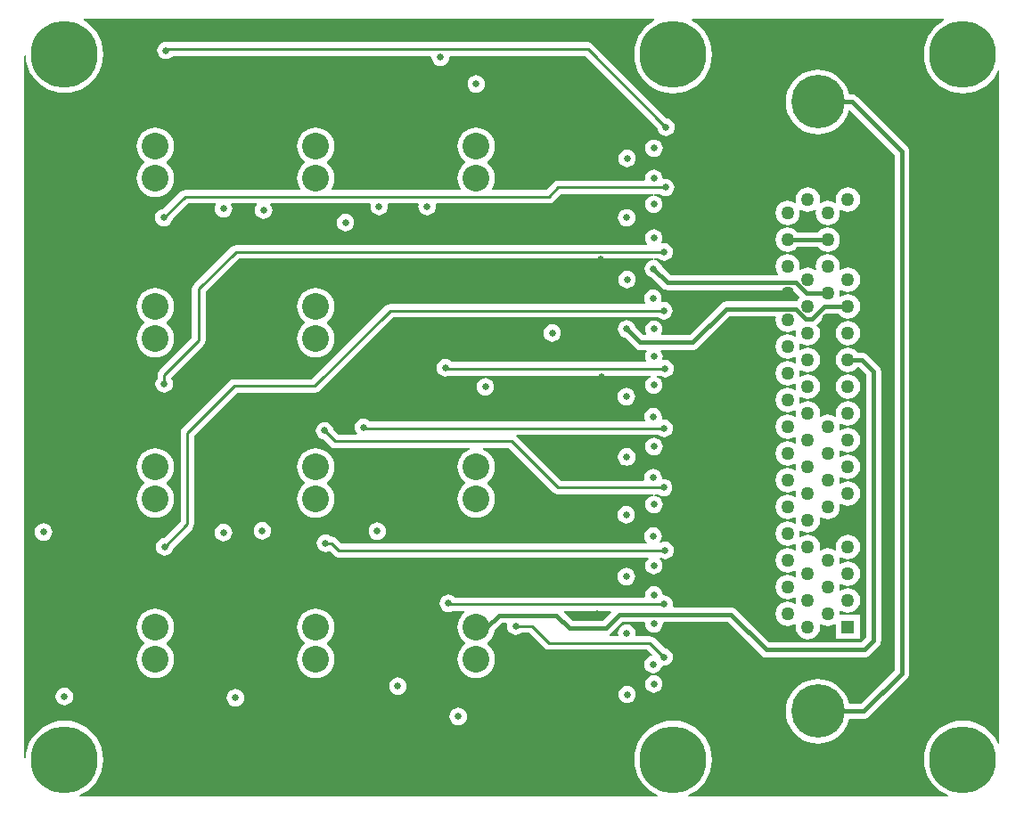
<source format=gbl>
G04*
G04 #@! TF.GenerationSoftware,Altium Limited,Altium Designer,19.0.15 (446)*
G04*
G04 Layer_Physical_Order=4*
G04 Layer_Color=16711680*
%FSLAX25Y25*%
%MOIN*%
G70*
G01*
G75*
%ADD10C,0.01000*%
%ADD32C,0.01500*%
%ADD33C,0.10000*%
%ADD34C,0.20000*%
%ADD35C,0.05000*%
%ADD36R,0.05000X0.05000*%
%ADD37C,0.25000*%
%ADD38C,0.02500*%
G36*
X603942Y486100D02*
X602343Y485120D01*
X600607Y483638D01*
X599125Y481902D01*
X597933Y479956D01*
X597059Y477847D01*
X596526Y475628D01*
X596347Y473353D01*
X596526Y471077D01*
X597059Y468858D01*
X597933Y466749D01*
X599125Y464804D01*
X600607Y463068D01*
X602343Y461586D01*
X604289Y460393D01*
X606397Y459520D01*
X608617Y458987D01*
X610892Y458808D01*
X613167Y458987D01*
X615387Y459520D01*
X617495Y460393D01*
X619441Y461586D01*
X621177Y463068D01*
X622659Y464804D01*
X623852Y466749D01*
X624110Y467372D01*
X624600Y467275D01*
Y215651D01*
X624110Y215554D01*
X623852Y216177D01*
X622659Y218123D01*
X621177Y219858D01*
X619441Y221340D01*
X617495Y222533D01*
X615387Y223406D01*
X613167Y223939D01*
X610892Y224118D01*
X608617Y223939D01*
X606397Y223406D01*
X604289Y222533D01*
X602343Y221340D01*
X600607Y219858D01*
X599125Y218123D01*
X597933Y216177D01*
X597059Y214068D01*
X596526Y211848D01*
X596347Y209573D01*
X596526Y207298D01*
X597059Y205079D01*
X597933Y202970D01*
X599125Y201024D01*
X600607Y199288D01*
X602343Y197806D01*
X604289Y196614D01*
X605288Y196200D01*
X605188Y195700D01*
X508230D01*
X508131Y196200D01*
X509129Y196614D01*
X511075Y197806D01*
X512811Y199288D01*
X514293Y201024D01*
X515485Y202970D01*
X516359Y205079D01*
X516892Y207298D01*
X517071Y209573D01*
X516892Y211848D01*
X516359Y214068D01*
X515485Y216177D01*
X514293Y218123D01*
X512811Y219858D01*
X511075Y221340D01*
X509129Y222533D01*
X507021Y223406D01*
X504801Y223939D01*
X502526Y224118D01*
X500251Y223939D01*
X498031Y223406D01*
X495923Y222533D01*
X493977Y221340D01*
X492241Y219858D01*
X490759Y218123D01*
X489566Y216177D01*
X488693Y214068D01*
X488160Y211848D01*
X487981Y209573D01*
X488160Y207298D01*
X488693Y205079D01*
X489566Y202970D01*
X490759Y201024D01*
X492241Y199288D01*
X493977Y197806D01*
X495923Y196614D01*
X496921Y196200D01*
X496822Y195700D01*
X280604D01*
X280504Y196200D01*
X281503Y196614D01*
X283449Y197806D01*
X285185Y199288D01*
X286667Y201024D01*
X287860Y202970D01*
X288733Y205079D01*
X289266Y207298D01*
X289445Y209573D01*
X289266Y211848D01*
X288733Y214068D01*
X287860Y216177D01*
X286667Y218123D01*
X285185Y219858D01*
X283449Y221340D01*
X281503Y222533D01*
X279395Y223406D01*
X277175Y223939D01*
X274900Y224118D01*
X272625Y223939D01*
X270405Y223406D01*
X268297Y222533D01*
X266351Y221340D01*
X264615Y219858D01*
X263133Y218123D01*
X261941Y216177D01*
X261067Y214068D01*
X260534Y211848D01*
X260400Y210143D01*
X259900Y210163D01*
Y472911D01*
X260400Y472930D01*
X260534Y471225D01*
X261067Y469005D01*
X261941Y466897D01*
X263133Y464951D01*
X264615Y463215D01*
X266351Y461733D01*
X268297Y460540D01*
X270405Y459667D01*
X272625Y459134D01*
X274900Y458955D01*
X277175Y459134D01*
X279395Y459667D01*
X281503Y460540D01*
X283449Y461733D01*
X285185Y463215D01*
X286667Y464951D01*
X287860Y466897D01*
X288733Y469005D01*
X289266Y471225D01*
X289445Y473500D01*
X289266Y475775D01*
X288733Y477995D01*
X287860Y480103D01*
X286667Y482049D01*
X285185Y483785D01*
X283449Y485267D01*
X282090Y486100D01*
X282231Y486600D01*
X495435D01*
X495576Y486100D01*
X493977Y485120D01*
X492241Y483638D01*
X490759Y481902D01*
X489566Y479956D01*
X488693Y477847D01*
X488160Y475628D01*
X487981Y473353D01*
X488160Y471077D01*
X488693Y468858D01*
X489566Y466749D01*
X490759Y464804D01*
X492241Y463068D01*
X493977Y461586D01*
X495923Y460393D01*
X498031Y459520D01*
X500251Y458987D01*
X502526Y458808D01*
X504801Y458987D01*
X507021Y459520D01*
X509129Y460393D01*
X511075Y461586D01*
X512811Y463068D01*
X514293Y464804D01*
X515485Y466749D01*
X516359Y468858D01*
X516892Y471077D01*
X517071Y473353D01*
X516892Y475628D01*
X516359Y477847D01*
X515485Y479956D01*
X514293Y481902D01*
X512811Y483638D01*
X511075Y485120D01*
X509476Y486100D01*
X509617Y486600D01*
X603801D01*
X603942Y486100D01*
D02*
G37*
%LPC*%
G36*
X428900Y465678D02*
X428052Y465566D01*
X427261Y465239D01*
X426582Y464718D01*
X426061Y464039D01*
X425734Y463248D01*
X425622Y462400D01*
X425734Y461552D01*
X426061Y460761D01*
X426582Y460082D01*
X427261Y459561D01*
X428052Y459234D01*
X428900Y459122D01*
X429748Y459234D01*
X430539Y459561D01*
X431218Y460082D01*
X431739Y460761D01*
X432066Y461552D01*
X432178Y462400D01*
X432066Y463248D01*
X431739Y464039D01*
X431218Y464718D01*
X430539Y465239D01*
X429748Y465566D01*
X428900Y465678D01*
D02*
G37*
G36*
X312800Y478178D02*
X311952Y478066D01*
X311161Y477739D01*
X310482Y477218D01*
X309961Y476539D01*
X309634Y475748D01*
X309522Y474900D01*
X309634Y474052D01*
X309961Y473261D01*
X310482Y472582D01*
X311161Y472061D01*
X311952Y471734D01*
X312800Y471622D01*
X313648Y471734D01*
X314439Y472061D01*
X315118Y472582D01*
X315324Y472851D01*
X411902D01*
X412232Y472475D01*
X412222Y472400D01*
X412334Y471552D01*
X412661Y470761D01*
X413182Y470082D01*
X413861Y469561D01*
X414652Y469234D01*
X415500Y469122D01*
X416348Y469234D01*
X417139Y469561D01*
X417818Y470082D01*
X418339Y470761D01*
X418666Y471552D01*
X418778Y472400D01*
X418768Y472475D01*
X419098Y472851D01*
X469644D01*
X496671Y445824D01*
X496734Y445352D01*
X497061Y444561D01*
X497582Y443882D01*
X498261Y443361D01*
X499052Y443034D01*
X499900Y442922D01*
X500748Y443034D01*
X501539Y443361D01*
X502218Y443882D01*
X502739Y444561D01*
X503066Y445352D01*
X503178Y446200D01*
X503066Y447048D01*
X502739Y447839D01*
X502218Y448518D01*
X501539Y449039D01*
X500748Y449366D01*
X500276Y449429D01*
X472502Y477202D01*
X471675Y477755D01*
X470700Y477949D01*
X313932D01*
X313648Y478066D01*
X312800Y478178D01*
D02*
G37*
G36*
X495400Y441578D02*
X494552Y441466D01*
X493761Y441139D01*
X493082Y440618D01*
X492561Y439939D01*
X492234Y439148D01*
X492122Y438300D01*
X492234Y437452D01*
X492561Y436661D01*
X493082Y435982D01*
X493761Y435461D01*
X494552Y435134D01*
X495400Y435022D01*
X496248Y435134D01*
X497039Y435461D01*
X497718Y435982D01*
X498239Y436661D01*
X498566Y437452D01*
X498678Y438300D01*
X498566Y439148D01*
X498239Y439939D01*
X497718Y440618D01*
X497039Y441139D01*
X496248Y441466D01*
X495400Y441578D01*
D02*
G37*
G36*
X485300Y437736D02*
X484452Y437625D01*
X483661Y437297D01*
X482982Y436776D01*
X482461Y436097D01*
X482134Y435307D01*
X482022Y434458D01*
X482134Y433610D01*
X482461Y432819D01*
X482982Y432140D01*
X483661Y431619D01*
X484452Y431292D01*
X485300Y431180D01*
X486148Y431292D01*
X486939Y431619D01*
X487618Y432140D01*
X488139Y432819D01*
X488466Y433610D01*
X488578Y434458D01*
X488466Y435307D01*
X488139Y436097D01*
X487618Y436776D01*
X486939Y437297D01*
X486148Y437625D01*
X485300Y437736D01*
D02*
G37*
G36*
X428900Y446034D02*
X427528Y445899D01*
X426208Y445498D01*
X424992Y444848D01*
X423926Y443974D01*
X423052Y442908D01*
X422402Y441692D01*
X422001Y440372D01*
X421866Y439000D01*
X422001Y437628D01*
X422402Y436308D01*
X423052Y435092D01*
X423926Y434026D01*
X424797Y433311D01*
X424832Y433228D01*
Y432772D01*
X424797Y432689D01*
X423926Y431974D01*
X423052Y430908D01*
X422402Y429692D01*
X422001Y428372D01*
X421866Y427000D01*
X422001Y425628D01*
X422402Y424308D01*
X422968Y423249D01*
X422742Y422749D01*
X375058D01*
X374832Y423249D01*
X375398Y424308D01*
X375799Y425628D01*
X375934Y427000D01*
X375799Y428372D01*
X375398Y429692D01*
X374748Y430908D01*
X373874Y431974D01*
X373003Y432689D01*
X372968Y432772D01*
Y433228D01*
X373003Y433311D01*
X373874Y434026D01*
X374748Y435092D01*
X375398Y436308D01*
X375799Y437628D01*
X375934Y439000D01*
X375799Y440372D01*
X375398Y441692D01*
X374748Y442908D01*
X373874Y443974D01*
X372808Y444848D01*
X371592Y445498D01*
X370272Y445899D01*
X368900Y446034D01*
X367528Y445899D01*
X366208Y445498D01*
X364992Y444848D01*
X363926Y443974D01*
X363052Y442908D01*
X362402Y441692D01*
X362001Y440372D01*
X361866Y439000D01*
X362001Y437628D01*
X362402Y436308D01*
X363052Y435092D01*
X363926Y434026D01*
X364797Y433311D01*
X364832Y433228D01*
Y432772D01*
X364797Y432689D01*
X363926Y431974D01*
X363052Y430908D01*
X362402Y429692D01*
X362001Y428372D01*
X361866Y427000D01*
X362001Y425628D01*
X362402Y424308D01*
X362968Y423249D01*
X362742Y422749D01*
X320000D01*
X319024Y422555D01*
X318198Y422002D01*
X311724Y415528D01*
X311252Y415466D01*
X310461Y415139D01*
X309782Y414618D01*
X309261Y413939D01*
X308934Y413148D01*
X308822Y412300D01*
X308934Y411452D01*
X309261Y410661D01*
X309782Y409982D01*
X310461Y409461D01*
X311252Y409134D01*
X312100Y409022D01*
X312948Y409134D01*
X313739Y409461D01*
X314418Y409982D01*
X314939Y410661D01*
X315266Y411452D01*
X315329Y411924D01*
X321056Y417651D01*
X331320D01*
X331525Y417151D01*
X331234Y416448D01*
X331122Y415600D01*
X331234Y414752D01*
X331561Y413961D01*
X332082Y413282D01*
X332761Y412761D01*
X333552Y412434D01*
X334400Y412322D01*
X335248Y412434D01*
X336039Y412761D01*
X336718Y413282D01*
X337239Y413961D01*
X337566Y414752D01*
X337678Y415600D01*
X337566Y416448D01*
X337275Y417151D01*
X337480Y417651D01*
X346631D01*
X346877Y417151D01*
X346561Y416739D01*
X346234Y415948D01*
X346122Y415100D01*
X346234Y414252D01*
X346561Y413461D01*
X347082Y412782D01*
X347761Y412261D01*
X348552Y411934D01*
X349400Y411822D01*
X350248Y411934D01*
X351039Y412261D01*
X351718Y412782D01*
X352239Y413461D01*
X352566Y414252D01*
X352678Y415100D01*
X352566Y415948D01*
X352239Y416739D01*
X351923Y417151D01*
X352169Y417651D01*
X389075D01*
X389408Y417151D01*
X389322Y416500D01*
X389434Y415652D01*
X389761Y414861D01*
X390282Y414182D01*
X390961Y413661D01*
X391752Y413334D01*
X392600Y413222D01*
X393448Y413334D01*
X394239Y413661D01*
X394918Y414182D01*
X395439Y414861D01*
X395766Y415652D01*
X395878Y416500D01*
X395792Y417151D01*
X396125Y417651D01*
X406975D01*
X407308Y417151D01*
X407222Y416500D01*
X407334Y415652D01*
X407661Y414861D01*
X408182Y414182D01*
X408861Y413661D01*
X409652Y413334D01*
X410500Y413222D01*
X411348Y413334D01*
X412139Y413661D01*
X412818Y414182D01*
X413339Y414861D01*
X413666Y415652D01*
X413778Y416500D01*
X413692Y417151D01*
X414025Y417651D01*
X456100D01*
X457076Y417845D01*
X457902Y418398D01*
X460556Y421051D01*
X495062D01*
X495095Y420551D01*
X495021Y420541D01*
X494452Y420466D01*
X493661Y420139D01*
X492982Y419618D01*
X492461Y418939D01*
X492134Y418148D01*
X492022Y417300D01*
X492134Y416452D01*
X492461Y415661D01*
X492982Y414982D01*
X493661Y414461D01*
X494452Y414134D01*
X495300Y414022D01*
X496148Y414134D01*
X496939Y414461D01*
X497618Y414982D01*
X498139Y415661D01*
X498466Y416452D01*
X498578Y417300D01*
X498466Y418148D01*
X498139Y418939D01*
X497618Y419618D01*
X496939Y420139D01*
X496148Y420466D01*
X495579Y420541D01*
X495505Y420551D01*
X495538Y421051D01*
X497683D01*
X498061Y420761D01*
X498852Y420434D01*
X499700Y420322D01*
X500548Y420434D01*
X501339Y420761D01*
X502018Y421282D01*
X502539Y421961D01*
X502866Y422752D01*
X502978Y423600D01*
X502866Y424448D01*
X502539Y425239D01*
X502018Y425918D01*
X501339Y426439D01*
X500548Y426766D01*
X499700Y426878D01*
X499055Y426793D01*
X498733Y426933D01*
X498554Y427184D01*
X498466Y427848D01*
X498139Y428639D01*
X497618Y429318D01*
X496939Y429839D01*
X496148Y430166D01*
X495300Y430278D01*
X494452Y430166D01*
X493661Y429839D01*
X492982Y429318D01*
X492461Y428639D01*
X492134Y427848D01*
X492022Y427000D01*
X492068Y426649D01*
X491630Y426149D01*
X459500D01*
X458525Y425955D01*
X457698Y425402D01*
X455044Y422749D01*
X435058D01*
X434832Y423249D01*
X435398Y424308D01*
X435799Y425628D01*
X435934Y427000D01*
X435799Y428372D01*
X435398Y429692D01*
X434748Y430908D01*
X433874Y431974D01*
X433003Y432689D01*
X432968Y432772D01*
Y433228D01*
X433003Y433311D01*
X433874Y434026D01*
X434748Y435092D01*
X435398Y436308D01*
X435799Y437628D01*
X435934Y439000D01*
X435799Y440372D01*
X435398Y441692D01*
X434748Y442908D01*
X433874Y443974D01*
X432808Y444848D01*
X431592Y445498D01*
X430272Y445899D01*
X428900Y446034D01*
D02*
G37*
G36*
X308900D02*
X307528Y445899D01*
X306208Y445498D01*
X304992Y444848D01*
X303926Y443974D01*
X303051Y442908D01*
X302401Y441692D01*
X302001Y440372D01*
X301866Y439000D01*
X302001Y437628D01*
X302401Y436308D01*
X303051Y435092D01*
X303926Y434026D01*
X304798Y433311D01*
X304832Y433228D01*
Y432772D01*
X304798Y432689D01*
X303926Y431974D01*
X303051Y430908D01*
X302401Y429692D01*
X302001Y428372D01*
X301866Y427000D01*
X302001Y425628D01*
X302401Y424308D01*
X303051Y423092D01*
X303926Y422026D01*
X304992Y421152D01*
X306208Y420502D01*
X307528Y420101D01*
X308900Y419966D01*
X310272Y420101D01*
X311592Y420502D01*
X312808Y421152D01*
X313874Y422026D01*
X314749Y423092D01*
X315399Y424308D01*
X315799Y425628D01*
X315934Y427000D01*
X315799Y428372D01*
X315399Y429692D01*
X314749Y430908D01*
X313874Y431974D01*
X313002Y432689D01*
X312968Y432772D01*
Y433228D01*
X313002Y433311D01*
X313874Y434026D01*
X314749Y435092D01*
X315399Y436308D01*
X315799Y437628D01*
X315934Y439000D01*
X315799Y440372D01*
X315399Y441692D01*
X314749Y442908D01*
X313874Y443974D01*
X312808Y444848D01*
X311592Y445498D01*
X310272Y445899D01*
X308900Y446034D01*
D02*
G37*
G36*
X567900Y423639D02*
X566725Y423484D01*
X565631Y423031D01*
X564691Y422309D01*
X563969Y421369D01*
X563516Y420275D01*
X563361Y419100D01*
X563503Y418021D01*
X563291Y417833D01*
X563054Y417736D01*
X562669Y418031D01*
X561575Y418484D01*
X560400Y418639D01*
X559225Y418484D01*
X558131Y418031D01*
X557746Y417736D01*
X557509Y417833D01*
X557297Y418021D01*
X557439Y419100D01*
X557284Y420275D01*
X556831Y421369D01*
X556109Y422309D01*
X555169Y423031D01*
X554075Y423484D01*
X552900Y423639D01*
X551725Y423484D01*
X550631Y423031D01*
X549691Y422309D01*
X548969Y421369D01*
X548516Y420275D01*
X548361Y419100D01*
X548503Y418021D01*
X548291Y417833D01*
X548054Y417736D01*
X547669Y418031D01*
X546575Y418484D01*
X545400Y418639D01*
X544225Y418484D01*
X543131Y418031D01*
X542191Y417309D01*
X541469Y416369D01*
X541016Y415275D01*
X540861Y414100D01*
X541016Y412925D01*
X541469Y411831D01*
X542191Y410891D01*
X543131Y410169D01*
X544225Y409716D01*
X545400Y409561D01*
X546575Y409716D01*
X547669Y410169D01*
X548609Y410891D01*
X549331Y411831D01*
X549784Y412925D01*
X549939Y414100D01*
X549797Y415179D01*
X550009Y415367D01*
X550246Y415464D01*
X550631Y415169D01*
X551725Y414716D01*
X552900Y414561D01*
X554075Y414716D01*
X555169Y415169D01*
X555554Y415464D01*
X555791Y415367D01*
X556003Y415179D01*
X555861Y414100D01*
X556016Y412925D01*
X556469Y411831D01*
X557191Y410891D01*
X558131Y410169D01*
X559225Y409716D01*
X560400Y409561D01*
X561575Y409716D01*
X562669Y410169D01*
X563609Y410891D01*
X564331Y411831D01*
X564784Y412925D01*
X564939Y414100D01*
X564797Y415179D01*
X565009Y415367D01*
X565246Y415464D01*
X565631Y415169D01*
X566725Y414716D01*
X567900Y414561D01*
X569075Y414716D01*
X570169Y415169D01*
X571109Y415891D01*
X571831Y416831D01*
X572284Y417925D01*
X572439Y419100D01*
X572284Y420275D01*
X571831Y421369D01*
X571109Y422309D01*
X570169Y423031D01*
X569075Y423484D01*
X567900Y423639D01*
D02*
G37*
G36*
X485200Y415578D02*
X484352Y415466D01*
X483561Y415139D01*
X482882Y414618D01*
X482361Y413939D01*
X482034Y413148D01*
X481922Y412300D01*
X482034Y411452D01*
X482361Y410661D01*
X482882Y409982D01*
X483561Y409461D01*
X484352Y409134D01*
X485200Y409022D01*
X486048Y409134D01*
X486839Y409461D01*
X487518Y409982D01*
X488039Y410661D01*
X488366Y411452D01*
X488478Y412300D01*
X488366Y413148D01*
X488039Y413939D01*
X487518Y414618D01*
X486839Y415139D01*
X486048Y415466D01*
X485200Y415578D01*
D02*
G37*
G36*
X380000Y413778D02*
X379152Y413666D01*
X378361Y413339D01*
X377682Y412818D01*
X377161Y412139D01*
X376834Y411348D01*
X376722Y410500D01*
X376834Y409652D01*
X377161Y408861D01*
X377682Y408182D01*
X378361Y407661D01*
X379152Y407334D01*
X380000Y407222D01*
X380848Y407334D01*
X381639Y407661D01*
X382318Y408182D01*
X382839Y408861D01*
X383166Y409652D01*
X383278Y410500D01*
X383166Y411348D01*
X382839Y412139D01*
X382318Y412818D01*
X381639Y413339D01*
X380848Y413666D01*
X380000Y413778D01*
D02*
G37*
G36*
X560400Y408639D02*
X559225Y408484D01*
X558131Y408031D01*
X557191Y407309D01*
X556856Y406874D01*
X548944D01*
X548609Y407309D01*
X547669Y408031D01*
X546575Y408484D01*
X545400Y408639D01*
X544225Y408484D01*
X543131Y408031D01*
X542191Y407309D01*
X541469Y406369D01*
X541016Y405275D01*
X540861Y404100D01*
X541016Y402925D01*
X541469Y401831D01*
X542191Y400891D01*
X543131Y400169D01*
X544225Y399716D01*
X545400Y399561D01*
X546575Y399716D01*
X547669Y400169D01*
X548609Y400891D01*
X548944Y401326D01*
X556856D01*
X557191Y400891D01*
X558131Y400169D01*
X559225Y399716D01*
X560400Y399561D01*
X561575Y399716D01*
X562669Y400169D01*
X563609Y400891D01*
X564331Y401831D01*
X564784Y402925D01*
X564939Y404100D01*
X564784Y405275D01*
X564331Y406369D01*
X563609Y407309D01*
X562669Y408031D01*
X561575Y408484D01*
X560400Y408639D01*
D02*
G37*
G36*
X485300Y392398D02*
X484452Y392286D01*
X483661Y391959D01*
X482982Y391438D01*
X482461Y390759D01*
X482134Y389968D01*
X482022Y389120D01*
X482134Y388271D01*
X482461Y387481D01*
X482982Y386802D01*
X483661Y386281D01*
X484452Y385953D01*
X485300Y385842D01*
X486148Y385953D01*
X486939Y386281D01*
X487618Y386802D01*
X488139Y387481D01*
X488466Y388271D01*
X488578Y389120D01*
X488466Y389968D01*
X488139Y390759D01*
X487618Y391438D01*
X486939Y391959D01*
X486148Y392286D01*
X485300Y392398D01*
D02*
G37*
G36*
X495300Y407978D02*
X494452Y407866D01*
X493661Y407539D01*
X492982Y407018D01*
X492461Y406339D01*
X492134Y405548D01*
X492022Y404700D01*
X492134Y403852D01*
X492461Y403061D01*
X492854Y402549D01*
X492635Y402049D01*
X339000D01*
X338024Y401855D01*
X337198Y401302D01*
X323298Y387402D01*
X322745Y386576D01*
X322551Y385600D01*
Y367356D01*
X310398Y355202D01*
X309845Y354376D01*
X309651Y353400D01*
Y352117D01*
X309361Y351739D01*
X309034Y350948D01*
X308922Y350100D01*
X309034Y349252D01*
X309361Y348461D01*
X309882Y347782D01*
X310561Y347261D01*
X311352Y346934D01*
X312200Y346822D01*
X313048Y346934D01*
X313839Y347261D01*
X314518Y347782D01*
X315039Y348461D01*
X315366Y349252D01*
X315478Y350100D01*
X315366Y350948D01*
X315039Y351739D01*
X314749Y352117D01*
Y352344D01*
X326902Y364498D01*
X327455Y365324D01*
X327649Y366300D01*
Y384544D01*
X340056Y396951D01*
X494962D01*
X494995Y396451D01*
X494921Y396441D01*
X494352Y396366D01*
X493561Y396039D01*
X492882Y395518D01*
X492361Y394839D01*
X492034Y394048D01*
X491922Y393200D01*
X492034Y392352D01*
X492361Y391561D01*
X492882Y390882D01*
X493561Y390361D01*
X494352Y390034D01*
X494458Y390020D01*
X498489Y385989D01*
X499063Y385548D01*
X499732Y385271D01*
X500450Y385176D01*
X547456D01*
X549780Y382852D01*
X549748Y382353D01*
X549691Y382309D01*
X548969Y381369D01*
X548782Y380918D01*
X548355Y380974D01*
X522400D01*
X521682Y380879D01*
X521013Y380602D01*
X520439Y380161D01*
X508651Y368374D01*
X498253D01*
X498032Y368822D01*
X498139Y368961D01*
X498466Y369752D01*
X498578Y370600D01*
X498466Y371448D01*
X498139Y372239D01*
X497618Y372918D01*
X496939Y373439D01*
X496148Y373766D01*
X495300Y373878D01*
X494452Y373766D01*
X493661Y373439D01*
X492982Y372918D01*
X492461Y372239D01*
X492134Y371448D01*
X492022Y370600D01*
X492134Y369752D01*
X492461Y368961D01*
X492568Y368822D01*
X492346Y368374D01*
X491394D01*
X488325Y371442D01*
X488311Y371548D01*
X487984Y372339D01*
X487463Y373018D01*
X486784Y373539D01*
X485993Y373866D01*
X485145Y373978D01*
X484297Y373866D01*
X483506Y373539D01*
X482827Y373018D01*
X482306Y372339D01*
X481979Y371548D01*
X481867Y370700D01*
X481979Y369852D01*
X482306Y369061D01*
X482827Y368382D01*
X483506Y367861D01*
X484297Y367534D01*
X484403Y367520D01*
X488284Y363639D01*
X488858Y363198D01*
X489527Y362921D01*
X490245Y362826D01*
X492612D01*
X492858Y362326D01*
X492561Y361939D01*
X492234Y361148D01*
X492122Y360300D01*
X492234Y359452D01*
X492483Y358849D01*
X492220Y358349D01*
X419671D01*
X419618Y358418D01*
X418939Y358939D01*
X418148Y359266D01*
X417300Y359378D01*
X416452Y359266D01*
X415661Y358939D01*
X414982Y358418D01*
X414461Y357739D01*
X414134Y356948D01*
X414022Y356100D01*
X414134Y355252D01*
X414461Y354461D01*
X414982Y353782D01*
X415661Y353261D01*
X416452Y352934D01*
X417300Y352822D01*
X418148Y352934D01*
X418915Y353251D01*
X494074D01*
X494173Y352751D01*
X493661Y352539D01*
X492982Y352018D01*
X492461Y351339D01*
X492134Y350548D01*
X492022Y349700D01*
X492134Y348852D01*
X492461Y348061D01*
X492982Y347382D01*
X493661Y346861D01*
X494452Y346534D01*
X495300Y346422D01*
X496148Y346534D01*
X496939Y346861D01*
X497618Y347382D01*
X498139Y348061D01*
X498466Y348852D01*
X498578Y349700D01*
X498466Y350548D01*
X498139Y351339D01*
X497618Y352018D01*
X496939Y352539D01*
X496427Y352751D01*
X496526Y353251D01*
X497583D01*
X497961Y352961D01*
X498752Y352634D01*
X499600Y352522D01*
X500448Y352634D01*
X501239Y352961D01*
X501918Y353482D01*
X502439Y354161D01*
X502766Y354952D01*
X502878Y355800D01*
X502766Y356648D01*
X502439Y357439D01*
X501918Y358118D01*
X501239Y358639D01*
X500448Y358966D01*
X499600Y359078D01*
X498915Y358988D01*
X498534Y359374D01*
X498566Y359452D01*
X498678Y360300D01*
X498566Y361148D01*
X498239Y361939D01*
X497942Y362326D01*
X498188Y362826D01*
X509800D01*
X510518Y362921D01*
X511187Y363198D01*
X511761Y363639D01*
X523549Y375426D01*
X540570D01*
X540970Y374926D01*
X540861Y374100D01*
X541016Y372925D01*
X541469Y371831D01*
X542191Y370891D01*
X543131Y370169D01*
X544225Y369716D01*
X545400Y369561D01*
X546575Y369716D01*
X547669Y370169D01*
X548054Y370464D01*
X548291Y370367D01*
X548503Y370179D01*
X548361Y369100D01*
X548503Y368021D01*
X548291Y367833D01*
X548054Y367736D01*
X547669Y368031D01*
X546575Y368484D01*
X545400Y368639D01*
X544225Y368484D01*
X543131Y368031D01*
X542191Y367309D01*
X541469Y366369D01*
X541016Y365275D01*
X540861Y364100D01*
X541016Y362925D01*
X541469Y361831D01*
X542191Y360891D01*
X543131Y360169D01*
X544225Y359716D01*
X545400Y359561D01*
X546575Y359716D01*
X547669Y360169D01*
X548054Y360464D01*
X548291Y360367D01*
X548503Y360179D01*
X548361Y359100D01*
X548503Y358021D01*
X548291Y357833D01*
X548054Y357736D01*
X547669Y358031D01*
X546575Y358484D01*
X545400Y358639D01*
X544225Y358484D01*
X543131Y358031D01*
X542191Y357309D01*
X541469Y356369D01*
X541016Y355275D01*
X540861Y354100D01*
X541016Y352925D01*
X541469Y351831D01*
X542191Y350891D01*
X543131Y350169D01*
X544225Y349716D01*
X545400Y349561D01*
X546575Y349716D01*
X547669Y350169D01*
X548054Y350464D01*
X548291Y350367D01*
X548503Y350179D01*
X548361Y349100D01*
X548503Y348021D01*
X548291Y347833D01*
X548054Y347736D01*
X547669Y348031D01*
X546575Y348484D01*
X545400Y348639D01*
X544225Y348484D01*
X543131Y348031D01*
X542191Y347309D01*
X541469Y346369D01*
X541016Y345275D01*
X540861Y344100D01*
X541016Y342925D01*
X541469Y341831D01*
X542191Y340891D01*
X543131Y340169D01*
X544225Y339716D01*
X545400Y339561D01*
X546575Y339716D01*
X547669Y340169D01*
X548054Y340464D01*
X548291Y340367D01*
X548503Y340179D01*
X548361Y339100D01*
X548503Y338021D01*
X548291Y337833D01*
X548054Y337736D01*
X547669Y338031D01*
X546575Y338484D01*
X545400Y338639D01*
X544225Y338484D01*
X543131Y338031D01*
X542191Y337309D01*
X541469Y336369D01*
X541016Y335275D01*
X540861Y334100D01*
X541016Y332925D01*
X541469Y331831D01*
X542191Y330891D01*
X543131Y330169D01*
X544225Y329716D01*
X545400Y329561D01*
X546575Y329716D01*
X547669Y330169D01*
X548054Y330464D01*
X548291Y330367D01*
X548503Y330179D01*
X548361Y329100D01*
X548503Y328021D01*
X548291Y327833D01*
X548054Y327736D01*
X547669Y328031D01*
X546575Y328484D01*
X545400Y328639D01*
X544225Y328484D01*
X543131Y328031D01*
X542191Y327309D01*
X541469Y326369D01*
X541016Y325275D01*
X540861Y324100D01*
X541016Y322925D01*
X541469Y321831D01*
X542191Y320891D01*
X543131Y320169D01*
X544225Y319716D01*
X545400Y319561D01*
X546575Y319716D01*
X547669Y320169D01*
X548054Y320464D01*
X548291Y320367D01*
X548503Y320179D01*
X548361Y319100D01*
X548503Y318021D01*
X548291Y317833D01*
X548054Y317736D01*
X547669Y318031D01*
X546575Y318484D01*
X545400Y318639D01*
X544225Y318484D01*
X543131Y318031D01*
X542191Y317309D01*
X541469Y316369D01*
X541016Y315275D01*
X540861Y314100D01*
X541016Y312925D01*
X541469Y311831D01*
X542191Y310891D01*
X543131Y310169D01*
X544225Y309716D01*
X545400Y309561D01*
X546575Y309716D01*
X547669Y310169D01*
X548054Y310464D01*
X548291Y310367D01*
X548503Y310179D01*
X548361Y309100D01*
X548503Y308021D01*
X548291Y307833D01*
X548054Y307736D01*
X547669Y308031D01*
X546575Y308484D01*
X545400Y308639D01*
X544225Y308484D01*
X543131Y308031D01*
X542191Y307309D01*
X541469Y306369D01*
X541016Y305275D01*
X540861Y304100D01*
X541016Y302925D01*
X541469Y301831D01*
X542191Y300891D01*
X543131Y300169D01*
X544225Y299716D01*
X545400Y299561D01*
X546575Y299716D01*
X547669Y300169D01*
X548054Y300464D01*
X548291Y300367D01*
X548503Y300179D01*
X548361Y299100D01*
X548503Y298021D01*
X548291Y297833D01*
X548054Y297736D01*
X547669Y298031D01*
X546575Y298484D01*
X545400Y298639D01*
X544225Y298484D01*
X543131Y298031D01*
X542191Y297309D01*
X541469Y296369D01*
X541016Y295275D01*
X540861Y294100D01*
X541016Y292925D01*
X541469Y291831D01*
X542191Y290891D01*
X543131Y290169D01*
X544225Y289716D01*
X545400Y289561D01*
X546575Y289716D01*
X547669Y290169D01*
X548054Y290464D01*
X548291Y290367D01*
X548503Y290179D01*
X548361Y289100D01*
X548503Y288021D01*
X548291Y287833D01*
X548054Y287736D01*
X547669Y288031D01*
X546575Y288484D01*
X545400Y288639D01*
X544225Y288484D01*
X543131Y288031D01*
X542191Y287309D01*
X541469Y286369D01*
X541016Y285275D01*
X540861Y284100D01*
X541016Y282925D01*
X541469Y281831D01*
X542191Y280891D01*
X543131Y280169D01*
X544225Y279716D01*
X545400Y279561D01*
X546575Y279716D01*
X547669Y280169D01*
X548054Y280464D01*
X548291Y280367D01*
X548503Y280179D01*
X548361Y279100D01*
X548503Y278021D01*
X548291Y277833D01*
X548054Y277736D01*
X547669Y278031D01*
X546575Y278484D01*
X545400Y278639D01*
X544225Y278484D01*
X543131Y278031D01*
X542191Y277309D01*
X541469Y276369D01*
X541016Y275275D01*
X540861Y274100D01*
X541016Y272925D01*
X541469Y271831D01*
X542191Y270891D01*
X543131Y270169D01*
X544225Y269716D01*
X545400Y269561D01*
X546575Y269716D01*
X547669Y270169D01*
X548054Y270464D01*
X548291Y270367D01*
X548503Y270179D01*
X548361Y269100D01*
X548503Y268021D01*
X548291Y267833D01*
X548054Y267736D01*
X547669Y268031D01*
X546575Y268484D01*
X545400Y268639D01*
X544225Y268484D01*
X543131Y268031D01*
X542191Y267309D01*
X541469Y266369D01*
X541016Y265275D01*
X540861Y264100D01*
X541016Y262925D01*
X541469Y261831D01*
X542191Y260891D01*
X543131Y260169D01*
X544225Y259716D01*
X545400Y259561D01*
X546575Y259716D01*
X547669Y260169D01*
X548054Y260464D01*
X548291Y260367D01*
X548503Y260179D01*
X548361Y259100D01*
X548516Y257925D01*
X548969Y256831D01*
X549691Y255891D01*
X550631Y255169D01*
X551725Y254716D01*
X552900Y254561D01*
X554075Y254716D01*
X555169Y255169D01*
X556109Y255891D01*
X556831Y256831D01*
X557284Y257925D01*
X557439Y259100D01*
X557297Y260179D01*
X557509Y260367D01*
X557746Y260464D01*
X558131Y260169D01*
X559225Y259716D01*
X560400Y259561D01*
X561575Y259716D01*
X562669Y260169D01*
X562952Y260386D01*
X563400Y260165D01*
Y254600D01*
X572400D01*
Y263600D01*
X565252D01*
X564923Y263976D01*
X564939Y264100D01*
X564797Y265179D01*
X565009Y265367D01*
X565246Y265464D01*
X565631Y265169D01*
X566725Y264716D01*
X567900Y264561D01*
X569075Y264716D01*
X570169Y265169D01*
X571109Y265891D01*
X571831Y266831D01*
X572284Y267925D01*
X572439Y269100D01*
X572284Y270275D01*
X571831Y271369D01*
X571109Y272309D01*
X570169Y273031D01*
X569075Y273484D01*
X567900Y273639D01*
X566725Y273484D01*
X565631Y273031D01*
X565246Y272736D01*
X565009Y272833D01*
X564797Y273021D01*
X564939Y274100D01*
X564797Y275179D01*
X565009Y275367D01*
X565246Y275464D01*
X565631Y275169D01*
X566725Y274716D01*
X567900Y274561D01*
X569075Y274716D01*
X570169Y275169D01*
X571109Y275891D01*
X571831Y276831D01*
X572284Y277925D01*
X572439Y279100D01*
X572284Y280275D01*
X571831Y281369D01*
X571109Y282309D01*
X570169Y283031D01*
X569075Y283484D01*
X567900Y283639D01*
X566725Y283484D01*
X565631Y283031D01*
X565246Y282736D01*
X565009Y282833D01*
X564797Y283021D01*
X564939Y284100D01*
X564797Y285179D01*
X565009Y285367D01*
X565246Y285464D01*
X565631Y285169D01*
X566725Y284716D01*
X567900Y284561D01*
X569075Y284716D01*
X570169Y285169D01*
X571109Y285891D01*
X571831Y286831D01*
X572284Y287925D01*
X572439Y289100D01*
X572284Y290275D01*
X571831Y291369D01*
X571109Y292309D01*
X570169Y293031D01*
X569075Y293484D01*
X567900Y293639D01*
X566725Y293484D01*
X565631Y293031D01*
X564691Y292309D01*
X563969Y291369D01*
X563516Y290275D01*
X563361Y289100D01*
X563503Y288021D01*
X563291Y287833D01*
X563054Y287736D01*
X562669Y288031D01*
X561575Y288484D01*
X560400Y288639D01*
X559225Y288484D01*
X558131Y288031D01*
X557746Y287736D01*
X557509Y287833D01*
X557297Y288021D01*
X557439Y289100D01*
X557284Y290275D01*
X556831Y291369D01*
X556109Y292309D01*
X555169Y293031D01*
X554075Y293484D01*
X552900Y293639D01*
X551725Y293484D01*
X550631Y293031D01*
X550246Y292736D01*
X550009Y292833D01*
X549797Y293021D01*
X549939Y294100D01*
X549797Y295179D01*
X550009Y295367D01*
X550246Y295464D01*
X550631Y295169D01*
X551725Y294716D01*
X552900Y294561D01*
X554075Y294716D01*
X555169Y295169D01*
X556109Y295891D01*
X556831Y296831D01*
X557284Y297925D01*
X557439Y299100D01*
X557297Y300179D01*
X557509Y300367D01*
X557746Y300464D01*
X558131Y300169D01*
X559225Y299716D01*
X560400Y299561D01*
X561575Y299716D01*
X562669Y300169D01*
X563609Y300891D01*
X564331Y301831D01*
X564784Y302925D01*
X564939Y304100D01*
X564797Y305179D01*
X565009Y305367D01*
X565246Y305464D01*
X565631Y305169D01*
X566725Y304716D01*
X567900Y304561D01*
X569075Y304716D01*
X570169Y305169D01*
X571109Y305891D01*
X571831Y306831D01*
X572284Y307925D01*
X572439Y309100D01*
X572284Y310275D01*
X571831Y311369D01*
X571109Y312309D01*
X570169Y313031D01*
X569075Y313484D01*
X567900Y313639D01*
X566725Y313484D01*
X565631Y313031D01*
X565246Y312736D01*
X565009Y312833D01*
X564797Y313021D01*
X564939Y314100D01*
X564797Y315179D01*
X565009Y315367D01*
X565246Y315464D01*
X565631Y315169D01*
X566725Y314716D01*
X567900Y314561D01*
X569075Y314716D01*
X570169Y315169D01*
X571109Y315891D01*
X571831Y316831D01*
X572284Y317925D01*
X572439Y319100D01*
X572284Y320275D01*
X571831Y321369D01*
X571109Y322309D01*
X570169Y323031D01*
X569075Y323484D01*
X567900Y323639D01*
X566725Y323484D01*
X565631Y323031D01*
X565246Y322736D01*
X565009Y322833D01*
X564797Y323021D01*
X564939Y324100D01*
X564797Y325179D01*
X565009Y325367D01*
X565246Y325464D01*
X565631Y325169D01*
X566725Y324716D01*
X567900Y324561D01*
X569075Y324716D01*
X570169Y325169D01*
X571109Y325891D01*
X571831Y326831D01*
X572284Y327925D01*
X572439Y329100D01*
X572284Y330275D01*
X571831Y331369D01*
X571109Y332309D01*
X570169Y333031D01*
X569075Y333484D01*
X567900Y333639D01*
X566725Y333484D01*
X565631Y333031D01*
X565246Y332736D01*
X565009Y332833D01*
X564797Y333021D01*
X564939Y334100D01*
X564797Y335179D01*
X565009Y335367D01*
X565246Y335464D01*
X565631Y335169D01*
X566725Y334716D01*
X567900Y334561D01*
X569075Y334716D01*
X570169Y335169D01*
X571109Y335891D01*
X571831Y336831D01*
X572284Y337925D01*
X572439Y339100D01*
X572284Y340275D01*
X571831Y341369D01*
X571109Y342309D01*
X570169Y343031D01*
X569075Y343484D01*
X567900Y343639D01*
X566725Y343484D01*
X565631Y343031D01*
X564691Y342309D01*
X563969Y341369D01*
X563516Y340275D01*
X563361Y339100D01*
X563503Y338021D01*
X563291Y337833D01*
X563054Y337736D01*
X562669Y338031D01*
X561575Y338484D01*
X560400Y338639D01*
X559225Y338484D01*
X558131Y338031D01*
X557746Y337736D01*
X557509Y337833D01*
X557297Y338021D01*
X557439Y339100D01*
X557284Y340275D01*
X556831Y341369D01*
X556109Y342309D01*
X555169Y343031D01*
X554075Y343484D01*
X552900Y343639D01*
X551725Y343484D01*
X550631Y343031D01*
X550246Y342736D01*
X550009Y342833D01*
X549797Y343021D01*
X549939Y344100D01*
X549797Y345179D01*
X550009Y345367D01*
X550246Y345464D01*
X550631Y345169D01*
X551725Y344716D01*
X552900Y344561D01*
X554075Y344716D01*
X555169Y345169D01*
X556109Y345891D01*
X556831Y346831D01*
X557284Y347925D01*
X557439Y349100D01*
X557284Y350275D01*
X556831Y351369D01*
X556109Y352309D01*
X555169Y353031D01*
X554075Y353484D01*
X552900Y353639D01*
X551725Y353484D01*
X550631Y353031D01*
X550246Y352736D01*
X550009Y352833D01*
X549797Y353021D01*
X549939Y354100D01*
X549797Y355179D01*
X550009Y355367D01*
X550246Y355464D01*
X550631Y355169D01*
X551725Y354716D01*
X552900Y354561D01*
X554075Y354716D01*
X555169Y355169D01*
X556109Y355891D01*
X556831Y356831D01*
X557284Y357925D01*
X557439Y359100D01*
X557284Y360275D01*
X556831Y361369D01*
X556109Y362309D01*
X555169Y363031D01*
X554075Y363484D01*
X552900Y363639D01*
X551725Y363484D01*
X550631Y363031D01*
X550246Y362736D01*
X550009Y362833D01*
X549797Y363021D01*
X549939Y364100D01*
X549797Y365179D01*
X550009Y365367D01*
X550246Y365464D01*
X550631Y365169D01*
X551725Y364716D01*
X552900Y364561D01*
X554075Y364716D01*
X555169Y365169D01*
X556109Y365891D01*
X556831Y366831D01*
X557284Y367925D01*
X557439Y369100D01*
X557284Y370275D01*
X556831Y371369D01*
X556166Y372235D01*
X556561Y372539D01*
X560349Y376326D01*
X564356D01*
X564691Y375891D01*
X565631Y375169D01*
X566725Y374716D01*
X567900Y374561D01*
X569075Y374716D01*
X570169Y375169D01*
X571109Y375891D01*
X571831Y376831D01*
X572284Y377925D01*
X572439Y379100D01*
X572284Y380275D01*
X571831Y381369D01*
X571109Y382309D01*
X570169Y383031D01*
X569075Y383484D01*
X567900Y383639D01*
X566725Y383484D01*
X565631Y383031D01*
X565246Y382736D01*
X565009Y382833D01*
X564797Y383021D01*
X564939Y384100D01*
X564797Y385179D01*
X565009Y385367D01*
X565246Y385464D01*
X565631Y385169D01*
X566725Y384716D01*
X567900Y384561D01*
X569075Y384716D01*
X570169Y385169D01*
X571109Y385891D01*
X571831Y386831D01*
X572284Y387925D01*
X572439Y389100D01*
X572284Y390275D01*
X571831Y391369D01*
X571109Y392309D01*
X570169Y393031D01*
X569075Y393484D01*
X567900Y393639D01*
X566725Y393484D01*
X565631Y393031D01*
X565246Y392736D01*
X565009Y392833D01*
X564797Y393021D01*
X564939Y394100D01*
X564784Y395275D01*
X564331Y396369D01*
X563609Y397309D01*
X562669Y398031D01*
X561575Y398484D01*
X560400Y398639D01*
X559225Y398484D01*
X558131Y398031D01*
X557191Y397309D01*
X556469Y396369D01*
X556016Y395275D01*
X555861Y394100D01*
X556003Y393021D01*
X555791Y392833D01*
X555554Y392736D01*
X555169Y393031D01*
X554075Y393484D01*
X552900Y393639D01*
X551725Y393484D01*
X550631Y393031D01*
X550246Y392736D01*
X550009Y392833D01*
X549797Y393021D01*
X549939Y394100D01*
X549784Y395275D01*
X549331Y396369D01*
X548609Y397309D01*
X547669Y398031D01*
X546575Y398484D01*
X545400Y398639D01*
X544225Y398484D01*
X543131Y398031D01*
X542191Y397309D01*
X541469Y396369D01*
X541016Y395275D01*
X540861Y394100D01*
X541016Y392925D01*
X541469Y391831D01*
X541935Y391224D01*
X541688Y390724D01*
X501599D01*
X498380Y393942D01*
X498366Y394048D01*
X498039Y394839D01*
X497518Y395518D01*
X496839Y396039D01*
X496048Y396366D01*
X495479Y396441D01*
X495405Y396451D01*
X495438Y396951D01*
X497183D01*
X497561Y396661D01*
X498352Y396334D01*
X499200Y396222D01*
X500048Y396334D01*
X500839Y396661D01*
X501518Y397182D01*
X502039Y397861D01*
X502366Y398652D01*
X502478Y399500D01*
X502366Y400348D01*
X502039Y401139D01*
X501518Y401818D01*
X500839Y402339D01*
X500048Y402666D01*
X499200Y402778D01*
X498479Y402683D01*
X498238Y402951D01*
X498167Y403128D01*
X498466Y403852D01*
X498578Y404700D01*
X498466Y405548D01*
X498139Y406339D01*
X497618Y407018D01*
X496939Y407539D01*
X496148Y407866D01*
X495300Y407978D01*
D02*
G37*
G36*
X495000Y385378D02*
X494152Y385266D01*
X493361Y384939D01*
X492682Y384418D01*
X492161Y383739D01*
X491834Y382948D01*
X491722Y382100D01*
X491834Y381252D01*
X492125Y380549D01*
X491920Y380049D01*
X396700D01*
X395725Y379855D01*
X394898Y379302D01*
X367444Y351849D01*
X338400D01*
X337424Y351655D01*
X336598Y351102D01*
X319098Y333602D01*
X318545Y332775D01*
X318351Y331800D01*
Y298656D01*
X312024Y292329D01*
X311552Y292266D01*
X310761Y291939D01*
X310082Y291418D01*
X309561Y290739D01*
X309234Y289948D01*
X309122Y289100D01*
X309234Y288252D01*
X309561Y287461D01*
X310082Y286782D01*
X310761Y286261D01*
X311552Y285934D01*
X312400Y285822D01*
X313248Y285934D01*
X314039Y286261D01*
X314718Y286782D01*
X315239Y287461D01*
X315566Y288252D01*
X315629Y288724D01*
X322702Y295798D01*
X323255Y296624D01*
X323449Y297600D01*
Y330744D01*
X339456Y346751D01*
X368500D01*
X369476Y346945D01*
X370302Y347498D01*
X397756Y374951D01*
X497083D01*
X497461Y374661D01*
X498252Y374334D01*
X499100Y374222D01*
X499948Y374334D01*
X500739Y374661D01*
X501418Y375182D01*
X501939Y375861D01*
X502266Y376652D01*
X502378Y377500D01*
X502266Y378348D01*
X501939Y379139D01*
X501418Y379818D01*
X500739Y380339D01*
X499948Y380666D01*
X499100Y380778D01*
X498478Y380696D01*
X498111Y381119D01*
X498166Y381252D01*
X498278Y382100D01*
X498166Y382948D01*
X497839Y383739D01*
X497318Y384418D01*
X496639Y384939D01*
X495848Y385266D01*
X495000Y385378D01*
D02*
G37*
G36*
X457300Y372478D02*
X456452Y372366D01*
X455661Y372039D01*
X454982Y371518D01*
X454461Y370839D01*
X454134Y370048D01*
X454022Y369200D01*
X454134Y368352D01*
X454461Y367561D01*
X454982Y366882D01*
X455661Y366361D01*
X456452Y366034D01*
X457300Y365922D01*
X458148Y366034D01*
X458939Y366361D01*
X459618Y366882D01*
X460139Y367561D01*
X460466Y368352D01*
X460578Y369200D01*
X460466Y370048D01*
X460139Y370839D01*
X459618Y371518D01*
X458939Y372039D01*
X458148Y372366D01*
X457300Y372478D01*
D02*
G37*
G36*
X567900Y373639D02*
X566725Y373484D01*
X565631Y373031D01*
X564691Y372309D01*
X563969Y371369D01*
X563516Y370275D01*
X563361Y369100D01*
X563516Y367925D01*
X563969Y366831D01*
X564691Y365891D01*
X565631Y365169D01*
X566725Y364716D01*
X567900Y364561D01*
X569075Y364716D01*
X570169Y365169D01*
X571109Y365891D01*
X571831Y366831D01*
X572284Y367925D01*
X572439Y369100D01*
X572284Y370275D01*
X571831Y371369D01*
X571109Y372309D01*
X570169Y373031D01*
X569075Y373484D01*
X567900Y373639D01*
D02*
G37*
G36*
X368900Y386034D02*
X367528Y385899D01*
X366208Y385498D01*
X364992Y384848D01*
X363926Y383974D01*
X363052Y382908D01*
X362402Y381692D01*
X362001Y380372D01*
X361866Y379000D01*
X362001Y377628D01*
X362402Y376308D01*
X363052Y375092D01*
X363926Y374026D01*
X364797Y373311D01*
X364832Y373228D01*
Y372772D01*
X364797Y372689D01*
X363926Y371974D01*
X363052Y370908D01*
X362402Y369692D01*
X362001Y368372D01*
X361866Y367000D01*
X362001Y365628D01*
X362402Y364308D01*
X363052Y363092D01*
X363926Y362026D01*
X364992Y361152D01*
X366208Y360502D01*
X367528Y360101D01*
X368900Y359966D01*
X370272Y360101D01*
X371592Y360502D01*
X372808Y361152D01*
X373874Y362026D01*
X374748Y363092D01*
X375398Y364308D01*
X375799Y365628D01*
X375934Y367000D01*
X375799Y368372D01*
X375398Y369692D01*
X374748Y370908D01*
X373874Y371974D01*
X373003Y372689D01*
X372968Y372772D01*
Y373228D01*
X373003Y373311D01*
X373874Y374026D01*
X374748Y375092D01*
X375398Y376308D01*
X375799Y377628D01*
X375934Y379000D01*
X375799Y380372D01*
X375398Y381692D01*
X374748Y382908D01*
X373874Y383974D01*
X372808Y384848D01*
X371592Y385498D01*
X370272Y385899D01*
X368900Y386034D01*
D02*
G37*
G36*
X308900D02*
X307528Y385899D01*
X306208Y385498D01*
X304992Y384848D01*
X303926Y383974D01*
X303051Y382908D01*
X302401Y381692D01*
X302001Y380372D01*
X301866Y379000D01*
X302001Y377628D01*
X302401Y376308D01*
X303051Y375092D01*
X303926Y374026D01*
X304798Y373311D01*
X304832Y373228D01*
Y372772D01*
X304798Y372689D01*
X303926Y371974D01*
X303051Y370908D01*
X302401Y369692D01*
X302001Y368372D01*
X301866Y367000D01*
X302001Y365628D01*
X302401Y364308D01*
X303051Y363092D01*
X303926Y362026D01*
X304992Y361152D01*
X306208Y360502D01*
X307528Y360101D01*
X308900Y359966D01*
X310272Y360101D01*
X311592Y360502D01*
X312808Y361152D01*
X313874Y362026D01*
X314749Y363092D01*
X315399Y364308D01*
X315799Y365628D01*
X315934Y367000D01*
X315799Y368372D01*
X315399Y369692D01*
X314749Y370908D01*
X313874Y371974D01*
X313002Y372689D01*
X312968Y372772D01*
Y373228D01*
X313002Y373311D01*
X313874Y374026D01*
X314749Y375092D01*
X315399Y376308D01*
X315799Y377628D01*
X315934Y379000D01*
X315799Y380372D01*
X315399Y381692D01*
X314749Y382908D01*
X313874Y383974D01*
X312808Y384848D01*
X311592Y385498D01*
X310272Y385899D01*
X308900Y386034D01*
D02*
G37*
G36*
X432300Y352278D02*
X431452Y352166D01*
X430661Y351839D01*
X429982Y351318D01*
X429461Y350639D01*
X429134Y349848D01*
X429022Y349000D01*
X429134Y348152D01*
X429461Y347361D01*
X429982Y346682D01*
X430661Y346161D01*
X431452Y345834D01*
X432300Y345722D01*
X433148Y345834D01*
X433939Y346161D01*
X434618Y346682D01*
X435139Y347361D01*
X435466Y348152D01*
X435578Y349000D01*
X435466Y349848D01*
X435139Y350639D01*
X434618Y351318D01*
X433939Y351839D01*
X433148Y352166D01*
X432300Y352278D01*
D02*
G37*
G36*
X567900Y353639D02*
X566725Y353484D01*
X565631Y353031D01*
X564691Y352309D01*
X563969Y351369D01*
X563516Y350275D01*
X563361Y349100D01*
X563516Y347925D01*
X563969Y346831D01*
X564691Y345891D01*
X565631Y345169D01*
X566725Y344716D01*
X567900Y344561D01*
X569075Y344716D01*
X570169Y345169D01*
X571109Y345891D01*
X571831Y346831D01*
X572284Y347925D01*
X572439Y349100D01*
X572284Y350275D01*
X571831Y351369D01*
X571109Y352309D01*
X570169Y353031D01*
X569075Y353484D01*
X567900Y353639D01*
D02*
G37*
G36*
X485100Y348595D02*
X484252Y348483D01*
X483461Y348155D01*
X482782Y347635D01*
X482261Y346956D01*
X481934Y346165D01*
X481822Y345317D01*
X481934Y344468D01*
X482261Y343677D01*
X482782Y342999D01*
X483461Y342478D01*
X484252Y342150D01*
X485100Y342038D01*
X485948Y342150D01*
X486739Y342478D01*
X487418Y342999D01*
X487939Y343677D01*
X488266Y344468D01*
X488378Y345317D01*
X488266Y346165D01*
X487939Y346956D01*
X487418Y347635D01*
X486739Y348155D01*
X485948Y348483D01*
X485100Y348595D01*
D02*
G37*
G36*
X495100Y341178D02*
X494252Y341066D01*
X493461Y340739D01*
X492782Y340218D01*
X492261Y339539D01*
X491934Y338748D01*
X491822Y337900D01*
X491934Y337052D01*
X492142Y336549D01*
X491820Y336049D01*
X389148D01*
X389018Y336218D01*
X388339Y336739D01*
X387548Y337066D01*
X386700Y337178D01*
X385852Y337066D01*
X385061Y336739D01*
X384382Y336218D01*
X383861Y335539D01*
X383534Y334748D01*
X383422Y333900D01*
X383534Y333052D01*
X383861Y332261D01*
X384331Y331649D01*
X384208Y331149D01*
X377256D01*
X375429Y332976D01*
X375366Y333448D01*
X375039Y334239D01*
X374518Y334918D01*
X373839Y335439D01*
X373048Y335766D01*
X372200Y335878D01*
X371352Y335766D01*
X370561Y335439D01*
X369882Y334918D01*
X369361Y334239D01*
X369034Y333448D01*
X368922Y332600D01*
X369034Y331752D01*
X369361Y330961D01*
X369882Y330282D01*
X370561Y329761D01*
X371352Y329434D01*
X371824Y329372D01*
X374398Y326798D01*
X375224Y326245D01*
X376200Y326051D01*
X426307D01*
X426381Y325551D01*
X426208Y325499D01*
X424992Y324849D01*
X423926Y323974D01*
X423052Y322908D01*
X422402Y321692D01*
X422001Y320372D01*
X421866Y319000D01*
X422001Y317628D01*
X422402Y316308D01*
X423052Y315092D01*
X423926Y314026D01*
X424797Y313311D01*
X424832Y313228D01*
Y312772D01*
X424797Y312689D01*
X423926Y311974D01*
X423052Y310908D01*
X422402Y309692D01*
X422001Y308372D01*
X421866Y307000D01*
X422001Y305628D01*
X422402Y304308D01*
X423052Y303092D01*
X423926Y302026D01*
X424992Y301151D01*
X426208Y300501D01*
X427528Y300101D01*
X428900Y299966D01*
X430272Y300101D01*
X431592Y300501D01*
X432808Y301151D01*
X433874Y302026D01*
X434748Y303092D01*
X435398Y304308D01*
X435799Y305628D01*
X435934Y307000D01*
X435799Y308372D01*
X435398Y309692D01*
X434748Y310908D01*
X433874Y311974D01*
X433003Y312689D01*
X432968Y312772D01*
Y313228D01*
X433003Y313311D01*
X433874Y314026D01*
X434748Y315092D01*
X435398Y316308D01*
X435799Y317628D01*
X435934Y319000D01*
X435799Y320372D01*
X435398Y321692D01*
X434748Y322908D01*
X433874Y323974D01*
X432808Y324849D01*
X431592Y325499D01*
X431419Y325551D01*
X431493Y326051D01*
X441144D01*
X457698Y309498D01*
X458525Y308945D01*
X459500Y308751D01*
X495162D01*
X495195Y308251D01*
X495121Y308241D01*
X494552Y308166D01*
X493761Y307839D01*
X493082Y307318D01*
X492561Y306639D01*
X492234Y305848D01*
X492122Y305000D01*
X492234Y304152D01*
X492561Y303361D01*
X493082Y302682D01*
X493761Y302161D01*
X494552Y301834D01*
X495400Y301722D01*
X496248Y301834D01*
X497039Y302161D01*
X497718Y302682D01*
X498239Y303361D01*
X498566Y304152D01*
X498678Y305000D01*
X498566Y305848D01*
X498239Y306639D01*
X497718Y307318D01*
X497039Y307839D01*
X496248Y308166D01*
X495679Y308241D01*
X495605Y308251D01*
X495638Y308751D01*
X496983D01*
X497361Y308461D01*
X498152Y308134D01*
X499000Y308022D01*
X499848Y308134D01*
X500639Y308461D01*
X501318Y308982D01*
X501839Y309661D01*
X502166Y310452D01*
X502278Y311300D01*
X502166Y312148D01*
X501839Y312939D01*
X501318Y313618D01*
X500639Y314139D01*
X499848Y314466D01*
X499000Y314578D01*
X498718Y314541D01*
X498396Y314862D01*
X498378Y315001D01*
X498266Y315848D01*
X497939Y316639D01*
X497418Y317318D01*
X496739Y317839D01*
X495948Y318166D01*
X495100Y318278D01*
X494252Y318166D01*
X493461Y317839D01*
X492782Y317318D01*
X492261Y316639D01*
X491934Y315848D01*
X491822Y315000D01*
X491908Y314349D01*
X491575Y313849D01*
X460556D01*
X444002Y330402D01*
X443897Y330473D01*
X444043Y330951D01*
X497183D01*
X497561Y330661D01*
X498352Y330334D01*
X499200Y330222D01*
X500048Y330334D01*
X500839Y330661D01*
X501518Y331182D01*
X502039Y331861D01*
X502366Y332652D01*
X502478Y333500D01*
X502366Y334348D01*
X502039Y335139D01*
X501518Y335818D01*
X500839Y336339D01*
X500048Y336666D01*
X499200Y336778D01*
X498665Y336708D01*
X498481Y336867D01*
X498280Y337159D01*
X498378Y337900D01*
X498266Y338748D01*
X497939Y339539D01*
X497418Y340218D01*
X496739Y340739D01*
X495948Y341066D01*
X495100Y341178D01*
D02*
G37*
G36*
X495400Y329978D02*
X494552Y329866D01*
X493761Y329539D01*
X493082Y329018D01*
X492561Y328339D01*
X492234Y327548D01*
X492122Y326700D01*
X492234Y325852D01*
X492561Y325061D01*
X493082Y324382D01*
X493761Y323861D01*
X494552Y323534D01*
X495400Y323422D01*
X496248Y323534D01*
X497039Y323861D01*
X497718Y324382D01*
X498239Y325061D01*
X498566Y325852D01*
X498678Y326700D01*
X498566Y327548D01*
X498239Y328339D01*
X497718Y329018D01*
X497039Y329539D01*
X496248Y329866D01*
X495400Y329978D01*
D02*
G37*
G36*
X485200Y326038D02*
X484352Y325926D01*
X483561Y325599D01*
X482882Y325078D01*
X482361Y324399D01*
X482034Y323608D01*
X481922Y322760D01*
X482034Y321911D01*
X482361Y321121D01*
X482882Y320442D01*
X483561Y319921D01*
X484352Y319594D01*
X485200Y319482D01*
X486048Y319594D01*
X486839Y319921D01*
X487518Y320442D01*
X488039Y321121D01*
X488366Y321911D01*
X488478Y322760D01*
X488366Y323608D01*
X488039Y324399D01*
X487518Y325078D01*
X486839Y325599D01*
X486048Y325926D01*
X485200Y326038D01*
D02*
G37*
G36*
X368900Y326034D02*
X367528Y325899D01*
X366208Y325499D01*
X364992Y324849D01*
X363926Y323974D01*
X363052Y322908D01*
X362402Y321692D01*
X362001Y320372D01*
X361866Y319000D01*
X362001Y317628D01*
X362402Y316308D01*
X363052Y315092D01*
X363926Y314026D01*
X364797Y313311D01*
X364832Y313228D01*
Y312772D01*
X364797Y312689D01*
X363926Y311974D01*
X363052Y310908D01*
X362402Y309692D01*
X362001Y308372D01*
X361866Y307000D01*
X362001Y305628D01*
X362402Y304308D01*
X363052Y303092D01*
X363926Y302026D01*
X364992Y301151D01*
X366208Y300501D01*
X367528Y300101D01*
X368900Y299966D01*
X370272Y300101D01*
X371592Y300501D01*
X372808Y301151D01*
X373874Y302026D01*
X374748Y303092D01*
X375398Y304308D01*
X375799Y305628D01*
X375934Y307000D01*
X375799Y308372D01*
X375398Y309692D01*
X374748Y310908D01*
X373874Y311974D01*
X373003Y312689D01*
X372968Y312772D01*
Y313228D01*
X373003Y313311D01*
X373874Y314026D01*
X374748Y315092D01*
X375398Y316308D01*
X375799Y317628D01*
X375934Y319000D01*
X375799Y320372D01*
X375398Y321692D01*
X374748Y322908D01*
X373874Y323974D01*
X372808Y324849D01*
X371592Y325499D01*
X370272Y325899D01*
X368900Y326034D01*
D02*
G37*
G36*
X308900D02*
X307528Y325899D01*
X306208Y325499D01*
X304992Y324849D01*
X303926Y323974D01*
X303051Y322908D01*
X302401Y321692D01*
X302001Y320372D01*
X301866Y319000D01*
X302001Y317628D01*
X302401Y316308D01*
X303051Y315092D01*
X303926Y314026D01*
X304798Y313311D01*
X304832Y313228D01*
Y312772D01*
X304798Y312689D01*
X303926Y311974D01*
X303051Y310908D01*
X302401Y309692D01*
X302001Y308372D01*
X301866Y307000D01*
X302001Y305628D01*
X302401Y304308D01*
X303051Y303092D01*
X303926Y302026D01*
X304992Y301151D01*
X306208Y300501D01*
X307528Y300101D01*
X308900Y299966D01*
X310272Y300101D01*
X311592Y300501D01*
X312808Y301151D01*
X313874Y302026D01*
X314749Y303092D01*
X315399Y304308D01*
X315799Y305628D01*
X315934Y307000D01*
X315799Y308372D01*
X315399Y309692D01*
X314749Y310908D01*
X313874Y311974D01*
X313002Y312689D01*
X312968Y312772D01*
Y313228D01*
X313002Y313311D01*
X313874Y314026D01*
X314749Y315092D01*
X315399Y316308D01*
X315799Y317628D01*
X315934Y319000D01*
X315799Y320372D01*
X315399Y321692D01*
X314749Y322908D01*
X313874Y323974D01*
X312808Y324849D01*
X311592Y325499D01*
X310272Y325899D01*
X308900Y326034D01*
D02*
G37*
G36*
X485000Y304378D02*
X484152Y304266D01*
X483361Y303939D01*
X482682Y303418D01*
X482161Y302739D01*
X481834Y301948D01*
X481722Y301100D01*
X481834Y300252D01*
X482161Y299461D01*
X482682Y298782D01*
X483361Y298261D01*
X484152Y297934D01*
X485000Y297822D01*
X485848Y297934D01*
X486639Y298261D01*
X487318Y298782D01*
X487839Y299461D01*
X488166Y300252D01*
X488278Y301100D01*
X488166Y301948D01*
X487839Y302739D01*
X487318Y303418D01*
X486639Y303939D01*
X485848Y304266D01*
X485000Y304378D01*
D02*
G37*
G36*
X348900Y298478D02*
X348052Y298366D01*
X347261Y298039D01*
X346582Y297518D01*
X346061Y296839D01*
X345734Y296048D01*
X345622Y295200D01*
X345734Y294352D01*
X346061Y293561D01*
X346582Y292882D01*
X347261Y292361D01*
X348052Y292034D01*
X348900Y291922D01*
X349748Y292034D01*
X350539Y292361D01*
X351218Y292882D01*
X351739Y293561D01*
X352066Y294352D01*
X352178Y295200D01*
X352066Y296048D01*
X351739Y296839D01*
X351218Y297518D01*
X350539Y298039D01*
X349748Y298366D01*
X348900Y298478D01*
D02*
G37*
G36*
X391900Y298278D02*
X391052Y298166D01*
X390261Y297839D01*
X389582Y297318D01*
X389061Y296639D01*
X388734Y295848D01*
X388622Y295000D01*
X388734Y294152D01*
X389061Y293361D01*
X389582Y292682D01*
X390261Y292161D01*
X391052Y291834D01*
X391900Y291722D01*
X392748Y291834D01*
X393539Y292161D01*
X394218Y292682D01*
X394739Y293361D01*
X395066Y294152D01*
X395178Y295000D01*
X395066Y295848D01*
X394739Y296639D01*
X394218Y297318D01*
X393539Y297839D01*
X392748Y298166D01*
X391900Y298278D01*
D02*
G37*
G36*
X267100Y297978D02*
X266252Y297866D01*
X265461Y297539D01*
X264782Y297018D01*
X264261Y296339D01*
X263934Y295548D01*
X263822Y294700D01*
X263934Y293852D01*
X264261Y293061D01*
X264782Y292382D01*
X265461Y291861D01*
X266252Y291534D01*
X267100Y291422D01*
X267948Y291534D01*
X268739Y291861D01*
X269418Y292382D01*
X269939Y293061D01*
X270266Y293852D01*
X270378Y294700D01*
X270266Y295548D01*
X269939Y296339D01*
X269418Y297018D01*
X268739Y297539D01*
X267948Y297866D01*
X267100Y297978D01*
D02*
G37*
G36*
X334400Y297778D02*
X333552Y297666D01*
X332761Y297339D01*
X332082Y296818D01*
X331561Y296139D01*
X331234Y295348D01*
X331122Y294500D01*
X331234Y293652D01*
X331561Y292861D01*
X332082Y292182D01*
X332761Y291661D01*
X333552Y291334D01*
X334400Y291222D01*
X335248Y291334D01*
X336039Y291661D01*
X336718Y292182D01*
X337239Y292861D01*
X337566Y293652D01*
X337678Y294500D01*
X337566Y295348D01*
X337239Y296139D01*
X336718Y296818D01*
X336039Y297339D01*
X335248Y297666D01*
X334400Y297778D01*
D02*
G37*
G36*
X495100Y296378D02*
X494252Y296266D01*
X493461Y295939D01*
X492782Y295418D01*
X492261Y294739D01*
X491934Y293948D01*
X491822Y293100D01*
X491934Y292252D01*
X492261Y291461D01*
X492731Y290849D01*
X492608Y290349D01*
X378456D01*
X376502Y292302D01*
X375676Y292855D01*
X374700Y293049D01*
X374517D01*
X374139Y293339D01*
X373348Y293666D01*
X372500Y293778D01*
X371652Y293666D01*
X370861Y293339D01*
X370182Y292818D01*
X369661Y292139D01*
X369334Y291348D01*
X369222Y290500D01*
X369334Y289652D01*
X369661Y288861D01*
X370182Y288182D01*
X370861Y287661D01*
X371652Y287334D01*
X372500Y287222D01*
X373348Y287334D01*
X373994Y287601D01*
X375598Y285998D01*
X376425Y285445D01*
X377400Y285251D01*
X493246D01*
X493416Y284751D01*
X492982Y284418D01*
X492461Y283739D01*
X492134Y282948D01*
X492022Y282100D01*
X492134Y281252D01*
X492461Y280461D01*
X492982Y279782D01*
X493661Y279261D01*
X494452Y278934D01*
X495300Y278822D01*
X496148Y278934D01*
X496939Y279261D01*
X497618Y279782D01*
X498139Y280461D01*
X498466Y281252D01*
X498578Y282100D01*
X498466Y282948D01*
X498139Y283739D01*
X497618Y284418D01*
X497537Y284480D01*
X497648Y285025D01*
X497820Y285069D01*
X497961Y284961D01*
X498752Y284634D01*
X499600Y284522D01*
X500448Y284634D01*
X501239Y284961D01*
X501918Y285482D01*
X502439Y286161D01*
X502766Y286952D01*
X502878Y287800D01*
X502766Y288648D01*
X502439Y289439D01*
X501918Y290118D01*
X501239Y290639D01*
X500448Y290966D01*
X499600Y291078D01*
X498752Y290966D01*
X497961Y290639D01*
X497906Y290597D01*
X497549Y290953D01*
X497939Y291461D01*
X498266Y292252D01*
X498378Y293100D01*
X498266Y293948D01*
X497939Y294739D01*
X497418Y295418D01*
X496739Y295939D01*
X495948Y296266D01*
X495100Y296378D01*
D02*
G37*
G36*
X485100Y281278D02*
X484252Y281166D01*
X483461Y280839D01*
X482782Y280318D01*
X482261Y279639D01*
X481934Y278848D01*
X481822Y278000D01*
X481934Y277152D01*
X482261Y276361D01*
X482782Y275682D01*
X483461Y275161D01*
X484252Y274834D01*
X485100Y274722D01*
X485948Y274834D01*
X486739Y275161D01*
X487418Y275682D01*
X487939Y276361D01*
X488266Y277152D01*
X488378Y278000D01*
X488266Y278848D01*
X487939Y279639D01*
X487418Y280318D01*
X486739Y280839D01*
X485948Y281166D01*
X485100Y281278D01*
D02*
G37*
G36*
X567900Y363639D02*
X566725Y363484D01*
X565631Y363031D01*
X564691Y362309D01*
X563969Y361369D01*
X563516Y360275D01*
X563361Y359100D01*
X563516Y357925D01*
X563969Y356831D01*
X564691Y355891D01*
X565631Y355169D01*
X566725Y354716D01*
X567900Y354561D01*
X569075Y354716D01*
X570169Y355169D01*
X571109Y355891D01*
X571444Y356326D01*
X571951D01*
X574826Y353451D01*
Y255349D01*
X572851Y253374D01*
X538449D01*
X526061Y265761D01*
X525487Y266202D01*
X524818Y266479D01*
X524100Y266574D01*
X502739D01*
X502396Y267074D01*
X502478Y267700D01*
X502366Y268548D01*
X502039Y269339D01*
X501518Y270018D01*
X500839Y270539D01*
X500048Y270866D01*
X499200Y270978D01*
X499017Y270954D01*
X498548Y271332D01*
X498466Y271948D01*
X498139Y272739D01*
X497618Y273418D01*
X496939Y273939D01*
X496148Y274266D01*
X495300Y274378D01*
X494452Y274266D01*
X493661Y273939D01*
X492982Y273418D01*
X492461Y272739D01*
X492134Y271948D01*
X492022Y271100D01*
X492068Y270749D01*
X491630Y270249D01*
X420871D01*
X420818Y270318D01*
X420139Y270839D01*
X419348Y271166D01*
X418500Y271278D01*
X417652Y271166D01*
X416861Y270839D01*
X416182Y270318D01*
X415661Y269639D01*
X415334Y268848D01*
X415222Y268000D01*
X415334Y267152D01*
X415661Y266361D01*
X416182Y265682D01*
X416861Y265161D01*
X417652Y264834D01*
X418500Y264722D01*
X419348Y264834D01*
X420115Y265151D01*
X424573D01*
X424752Y264651D01*
X423926Y263974D01*
X423052Y262908D01*
X422402Y261692D01*
X422001Y260372D01*
X421866Y259000D01*
X422001Y257628D01*
X422402Y256308D01*
X423052Y255092D01*
X423926Y254026D01*
X424797Y253311D01*
X424832Y253228D01*
Y252772D01*
X424797Y252689D01*
X423926Y251974D01*
X423052Y250908D01*
X422402Y249692D01*
X422001Y248372D01*
X421866Y247000D01*
X422001Y245628D01*
X422402Y244308D01*
X423052Y243092D01*
X423926Y242026D01*
X424992Y241151D01*
X426208Y240501D01*
X427528Y240101D01*
X428900Y239966D01*
X430272Y240101D01*
X431592Y240501D01*
X432808Y241151D01*
X433874Y242026D01*
X434748Y243092D01*
X435398Y244308D01*
X435799Y245628D01*
X435934Y247000D01*
X435799Y248372D01*
X435398Y249692D01*
X434748Y250908D01*
X433874Y251974D01*
X433003Y252689D01*
X432968Y252772D01*
Y253228D01*
X433003Y253311D01*
X433874Y254026D01*
X434748Y255092D01*
X435398Y256308D01*
X435799Y257628D01*
X435837Y258014D01*
X438549Y260726D01*
X440218D01*
X440518Y260226D01*
X440422Y259500D01*
X440534Y258652D01*
X440861Y257861D01*
X441382Y257182D01*
X442061Y256661D01*
X442852Y256334D01*
X443700Y256222D01*
X444548Y256334D01*
X445339Y256661D01*
X445717Y256951D01*
X448744D01*
X454298Y251398D01*
X455125Y250845D01*
X456100Y250651D01*
X492844D01*
X494669Y248826D01*
X494490Y248298D01*
X494252Y248266D01*
X493461Y247939D01*
X492782Y247418D01*
X492261Y246739D01*
X491934Y245948D01*
X491822Y245100D01*
X491934Y244252D01*
X492261Y243461D01*
X492782Y242782D01*
X493461Y242261D01*
X494252Y241934D01*
X495100Y241822D01*
X495948Y241934D01*
X496739Y242261D01*
X497418Y242782D01*
X497939Y243461D01*
X498266Y244252D01*
X498819Y244672D01*
X499200Y244622D01*
X500048Y244734D01*
X500839Y245061D01*
X501518Y245582D01*
X502039Y246261D01*
X502366Y247052D01*
X502478Y247900D01*
X502366Y248748D01*
X502039Y249539D01*
X501518Y250218D01*
X500839Y250739D01*
X500048Y251066D01*
X499576Y251129D01*
X495702Y255002D01*
X494875Y255555D01*
X493900Y255749D01*
X488783D01*
X488406Y256249D01*
X488478Y256800D01*
X488366Y257648D01*
X488039Y258439D01*
X487518Y259118D01*
X486839Y259639D01*
X486048Y259966D01*
X485200Y260078D01*
X484352Y259966D01*
X483561Y259639D01*
X482882Y259118D01*
X482361Y258439D01*
X482034Y257648D01*
X481922Y256800D01*
X481994Y256249D01*
X481617Y255749D01*
X478891D01*
X478774Y256006D01*
X478754Y256249D01*
X479261Y256639D01*
X483649Y261026D01*
X491838D01*
X492168Y260650D01*
X492122Y260300D01*
X492234Y259452D01*
X492561Y258661D01*
X493082Y257982D01*
X493761Y257461D01*
X494552Y257134D01*
X495400Y257022D01*
X496248Y257134D01*
X497039Y257461D01*
X497718Y257982D01*
X498239Y258661D01*
X498566Y259452D01*
X498678Y260300D01*
X498632Y260650D01*
X498962Y261026D01*
X522951D01*
X535339Y248639D01*
X535913Y248198D01*
X536582Y247921D01*
X537300Y247826D01*
X574000D01*
X574718Y247921D01*
X575387Y248198D01*
X575961Y248639D01*
X579561Y252239D01*
X580002Y252813D01*
X580279Y253482D01*
X580374Y254200D01*
Y354600D01*
X580279Y355318D01*
X580002Y355987D01*
X579561Y356561D01*
X575061Y361061D01*
X574487Y361502D01*
X573818Y361779D01*
X573100Y361874D01*
X571444D01*
X571109Y362309D01*
X570169Y363031D01*
X569075Y363484D01*
X567900Y363639D01*
D02*
G37*
G36*
X368900Y266034D02*
X367528Y265899D01*
X366208Y265498D01*
X364992Y264848D01*
X363926Y263974D01*
X363052Y262908D01*
X362402Y261692D01*
X362001Y260372D01*
X361866Y259000D01*
X362001Y257628D01*
X362402Y256308D01*
X363052Y255092D01*
X363926Y254026D01*
X364797Y253311D01*
X364832Y253228D01*
Y252772D01*
X364797Y252689D01*
X363926Y251974D01*
X363052Y250908D01*
X362402Y249692D01*
X362001Y248372D01*
X361866Y247000D01*
X362001Y245628D01*
X362402Y244308D01*
X363052Y243092D01*
X363926Y242026D01*
X364992Y241151D01*
X366208Y240501D01*
X367528Y240101D01*
X368900Y239966D01*
X370272Y240101D01*
X371592Y240501D01*
X372808Y241151D01*
X373874Y242026D01*
X374748Y243092D01*
X375398Y244308D01*
X375799Y245628D01*
X375934Y247000D01*
X375799Y248372D01*
X375398Y249692D01*
X374748Y250908D01*
X373874Y251974D01*
X373003Y252689D01*
X372968Y252772D01*
Y253228D01*
X373003Y253311D01*
X373874Y254026D01*
X374748Y255092D01*
X375398Y256308D01*
X375799Y257628D01*
X375934Y259000D01*
X375799Y260372D01*
X375398Y261692D01*
X374748Y262908D01*
X373874Y263974D01*
X372808Y264848D01*
X371592Y265498D01*
X370272Y265899D01*
X368900Y266034D01*
D02*
G37*
G36*
X308900D02*
X307528Y265899D01*
X306208Y265498D01*
X304992Y264848D01*
X303926Y263974D01*
X303051Y262908D01*
X302401Y261692D01*
X302001Y260372D01*
X301866Y259000D01*
X302001Y257628D01*
X302401Y256308D01*
X303051Y255092D01*
X303926Y254026D01*
X304798Y253311D01*
X304832Y253228D01*
Y252772D01*
X304798Y252689D01*
X303926Y251974D01*
X303051Y250908D01*
X302401Y249692D01*
X302001Y248372D01*
X301866Y247000D01*
X302001Y245628D01*
X302401Y244308D01*
X303051Y243092D01*
X303926Y242026D01*
X304992Y241151D01*
X306208Y240501D01*
X307528Y240101D01*
X308900Y239966D01*
X310272Y240101D01*
X311592Y240501D01*
X312808Y241151D01*
X313874Y242026D01*
X314749Y243092D01*
X315399Y244308D01*
X315799Y245628D01*
X315934Y247000D01*
X315799Y248372D01*
X315399Y249692D01*
X314749Y250908D01*
X313874Y251974D01*
X313002Y252689D01*
X312968Y252772D01*
Y253228D01*
X313002Y253311D01*
X313874Y254026D01*
X314749Y255092D01*
X315399Y256308D01*
X315799Y257628D01*
X315934Y259000D01*
X315799Y260372D01*
X315399Y261692D01*
X314749Y262908D01*
X313874Y263974D01*
X312808Y264848D01*
X311592Y265498D01*
X310272Y265899D01*
X308900Y266034D01*
D02*
G37*
G36*
X495300Y241078D02*
X494452Y240966D01*
X493661Y240639D01*
X492982Y240118D01*
X492461Y239439D01*
X492134Y238648D01*
X492022Y237800D01*
X492134Y236952D01*
X492461Y236161D01*
X492982Y235482D01*
X493661Y234961D01*
X494452Y234634D01*
X495300Y234522D01*
X496148Y234634D01*
X496939Y234961D01*
X497618Y235482D01*
X498139Y236161D01*
X498466Y236952D01*
X498578Y237800D01*
X498466Y238648D01*
X498139Y239439D01*
X497618Y240118D01*
X496939Y240639D01*
X496148Y240966D01*
X495300Y241078D01*
D02*
G37*
G36*
X399600Y240278D02*
X398752Y240166D01*
X397961Y239839D01*
X397282Y239318D01*
X396761Y238639D01*
X396434Y237848D01*
X396322Y237000D01*
X396434Y236152D01*
X396761Y235361D01*
X397282Y234682D01*
X397961Y234161D01*
X398752Y233834D01*
X399600Y233722D01*
X400448Y233834D01*
X401239Y234161D01*
X401918Y234682D01*
X402439Y235361D01*
X402766Y236152D01*
X402878Y237000D01*
X402766Y237848D01*
X402439Y238639D01*
X401918Y239318D01*
X401239Y239839D01*
X400448Y240166D01*
X399600Y240278D01*
D02*
G37*
G36*
X485300Y237178D02*
X484452Y237066D01*
X483661Y236739D01*
X482982Y236218D01*
X482461Y235539D01*
X482134Y234748D01*
X482022Y233900D01*
X482134Y233052D01*
X482461Y232261D01*
X482982Y231582D01*
X483661Y231061D01*
X484452Y230734D01*
X485300Y230622D01*
X486148Y230734D01*
X486939Y231061D01*
X487618Y231582D01*
X488139Y232261D01*
X488466Y233052D01*
X488578Y233900D01*
X488466Y234748D01*
X488139Y235539D01*
X487618Y236218D01*
X486939Y236739D01*
X486148Y237066D01*
X485300Y237178D01*
D02*
G37*
G36*
X556700Y467637D02*
X554817Y467489D01*
X552980Y467048D01*
X551235Y466325D01*
X549625Y465338D01*
X548188Y464112D01*
X546962Y462675D01*
X545975Y461065D01*
X545252Y459320D01*
X544811Y457483D01*
X544663Y455600D01*
X544811Y453717D01*
X545252Y451880D01*
X545975Y450135D01*
X546962Y448525D01*
X548188Y447088D01*
X549625Y445862D01*
X551235Y444875D01*
X552980Y444152D01*
X554817Y443711D01*
X556700Y443563D01*
X558583Y443711D01*
X560420Y444152D01*
X562165Y444875D01*
X563775Y445862D01*
X565211Y447088D01*
X566438Y448525D01*
X567425Y450135D01*
X568148Y451880D01*
X568251Y452309D01*
X568732Y452445D01*
X585326Y435851D01*
Y243049D01*
X572651Y230374D01*
X568375D01*
X568148Y231320D01*
X567425Y233065D01*
X566438Y234675D01*
X565211Y236111D01*
X563775Y237338D01*
X562165Y238325D01*
X560420Y239048D01*
X558583Y239489D01*
X556700Y239637D01*
X554817Y239489D01*
X552980Y239048D01*
X551235Y238325D01*
X549625Y237338D01*
X548188Y236111D01*
X546962Y234675D01*
X545975Y233065D01*
X545252Y231320D01*
X544811Y229483D01*
X544663Y227600D01*
X544811Y225717D01*
X545252Y223880D01*
X545975Y222135D01*
X546962Y220525D01*
X548188Y219089D01*
X549625Y217862D01*
X551235Y216875D01*
X552980Y216152D01*
X554817Y215711D01*
X556700Y215563D01*
X558583Y215711D01*
X560420Y216152D01*
X562165Y216875D01*
X563775Y217862D01*
X565211Y219089D01*
X566438Y220525D01*
X567425Y222135D01*
X568148Y223880D01*
X568375Y224826D01*
X573800D01*
X574518Y224921D01*
X575187Y225198D01*
X575761Y225639D01*
X590061Y239939D01*
X590502Y240513D01*
X590779Y241182D01*
X590874Y241900D01*
Y437000D01*
X590779Y437718D01*
X590502Y438387D01*
X590061Y438961D01*
X571461Y457561D01*
X570887Y458002D01*
X570218Y458279D01*
X569500Y458374D01*
X568375D01*
X568148Y459320D01*
X567425Y461065D01*
X566438Y462675D01*
X565211Y464112D01*
X563775Y465338D01*
X562165Y466325D01*
X560420Y467048D01*
X558583Y467489D01*
X556700Y467637D01*
D02*
G37*
G36*
X274800Y236378D02*
X273952Y236266D01*
X273161Y235939D01*
X272482Y235418D01*
X271961Y234739D01*
X271634Y233948D01*
X271522Y233100D01*
X271634Y232252D01*
X271961Y231461D01*
X272482Y230782D01*
X273161Y230261D01*
X273952Y229934D01*
X274800Y229822D01*
X275648Y229934D01*
X276439Y230261D01*
X277118Y230782D01*
X277639Y231461D01*
X277966Y232252D01*
X278078Y233100D01*
X277966Y233948D01*
X277639Y234739D01*
X277118Y235418D01*
X276439Y235939D01*
X275648Y236266D01*
X274800Y236378D01*
D02*
G37*
G36*
X338800Y235978D02*
X337952Y235866D01*
X337161Y235539D01*
X336482Y235018D01*
X335961Y234339D01*
X335634Y233548D01*
X335522Y232700D01*
X335634Y231852D01*
X335961Y231061D01*
X336482Y230382D01*
X337161Y229861D01*
X337952Y229534D01*
X338800Y229422D01*
X339648Y229534D01*
X340439Y229861D01*
X341118Y230382D01*
X341639Y231061D01*
X341966Y231852D01*
X342078Y232700D01*
X341966Y233548D01*
X341639Y234339D01*
X341118Y235018D01*
X340439Y235539D01*
X339648Y235866D01*
X338800Y235978D01*
D02*
G37*
G36*
X422200Y228978D02*
X421352Y228866D01*
X420561Y228539D01*
X419882Y228018D01*
X419361Y227339D01*
X419034Y226548D01*
X418922Y225700D01*
X419034Y224852D01*
X419361Y224061D01*
X419882Y223382D01*
X420561Y222861D01*
X421352Y222534D01*
X422200Y222422D01*
X423048Y222534D01*
X423839Y222861D01*
X424518Y223382D01*
X425039Y224061D01*
X425366Y224852D01*
X425478Y225700D01*
X425366Y226548D01*
X425039Y227339D01*
X424518Y228018D01*
X423839Y228539D01*
X423048Y228866D01*
X422200Y228978D01*
D02*
G37*
%LPD*%
G36*
X479466Y264689D02*
X476151Y261374D01*
X464949D01*
X461634Y264689D01*
X461825Y265151D01*
X479275D01*
X479466Y264689D01*
D02*
G37*
D10*
X470700Y475400D02*
X499900Y446200D01*
X313300Y475400D02*
X470700D01*
X312800Y474900D02*
X313300Y475400D01*
X459500Y423600D02*
X499700D01*
X456100Y420200D02*
X459500Y423600D01*
X320000Y420200D02*
X456100D01*
X312100Y412300D02*
X320000Y420200D01*
X339000Y399500D02*
X499200D01*
X325100Y385600D02*
X339000Y399500D01*
X312200Y350100D02*
Y353400D01*
X325100Y366300D01*
Y385600D01*
X396700Y377500D02*
X499100D01*
X312400Y289100D02*
X320900Y297600D01*
Y331800D01*
X338400Y349300D01*
X368500D01*
X396700Y377500D01*
X417600Y355800D02*
X499600D01*
X417300Y356100D02*
X417600Y355800D01*
X387100Y333500D02*
X499200D01*
X386700Y333900D02*
X387100Y333500D01*
X459500Y311300D02*
X499000D01*
X442200Y328600D02*
X459500Y311300D01*
X376200Y328600D02*
X442200D01*
X372200Y332600D02*
X376200Y328600D01*
X372500Y290500D02*
X374700D01*
X377400Y287800D01*
X499600D01*
X418800Y267700D02*
X499200D01*
X418500Y268000D02*
X418800Y267700D01*
X443700Y259500D02*
X449800D01*
X456100Y253200D01*
X493900D01*
X499200Y247900D01*
D32*
X428900Y259000D02*
X432900D01*
X437400Y263500D01*
X458900D01*
X463800Y258600D01*
X477300D01*
X482500Y263800D01*
X524100D01*
X537300Y250600D01*
X574000D01*
X577600Y254200D01*
Y354600D01*
X573100Y359100D02*
X577600Y354600D01*
X567900Y359100D02*
X573100D01*
X552455Y384100D02*
X560400D01*
X548605Y387950D02*
X552455Y384100D01*
X500450Y387950D02*
X548605D01*
X495200Y393200D02*
X500450Y387950D01*
X559200Y379100D02*
X567900D01*
X554600Y374500D02*
X559200Y379100D01*
X552055Y374500D02*
X554600D01*
X548355Y378200D02*
X552055Y374500D01*
X522400Y378200D02*
X548355D01*
X509800Y365600D02*
X522400Y378200D01*
X490245Y365600D02*
X509800D01*
X485145Y370700D02*
X490245Y365600D01*
X545400Y404100D02*
X560400D01*
X556700Y227600D02*
X573800D01*
X588100Y241900D01*
Y437000D01*
X569500Y455600D02*
X588100Y437000D01*
X556700Y455600D02*
X569500D01*
D33*
X428900Y247000D02*
D03*
Y259000D02*
D03*
X308900Y427000D02*
D03*
Y439000D02*
D03*
Y379000D02*
D03*
Y367000D02*
D03*
Y307000D02*
D03*
Y319000D02*
D03*
Y259000D02*
D03*
Y247000D02*
D03*
X368900Y427000D02*
D03*
Y439000D02*
D03*
Y379000D02*
D03*
Y367000D02*
D03*
Y307000D02*
D03*
Y319000D02*
D03*
Y259000D02*
D03*
Y247000D02*
D03*
X428900Y427000D02*
D03*
Y439000D02*
D03*
Y319000D02*
D03*
Y307000D02*
D03*
D34*
X556700Y455600D02*
D03*
Y227600D02*
D03*
D35*
X545400Y424100D02*
D03*
X552900Y419100D02*
D03*
X545400Y414100D02*
D03*
X552900Y409100D02*
D03*
X545400Y404100D02*
D03*
X552900Y399100D02*
D03*
X545400Y394100D02*
D03*
X552900Y389100D02*
D03*
X545400Y384100D02*
D03*
X552900Y379100D02*
D03*
X545400Y374100D02*
D03*
X552900Y369100D02*
D03*
X545400Y364100D02*
D03*
X552900Y359100D02*
D03*
X545400Y354100D02*
D03*
X552900Y349100D02*
D03*
X545400Y344100D02*
D03*
X552900Y339100D02*
D03*
X545400Y334100D02*
D03*
X552900Y329100D02*
D03*
X545400Y324100D02*
D03*
X552900Y319100D02*
D03*
X545400Y314100D02*
D03*
X552900Y309100D02*
D03*
X545400Y304100D02*
D03*
X552900Y299100D02*
D03*
X545400Y294100D02*
D03*
X552900Y289100D02*
D03*
X545400Y284100D02*
D03*
X552900Y279100D02*
D03*
X545400Y274100D02*
D03*
X552900Y269100D02*
D03*
X545400Y264100D02*
D03*
X552900Y259100D02*
D03*
X560400Y424100D02*
D03*
X567900Y419100D02*
D03*
X560400Y414100D02*
D03*
X567900Y409100D02*
D03*
X560400Y404100D02*
D03*
X567900Y399100D02*
D03*
X560400Y394100D02*
D03*
X567900Y389100D02*
D03*
X560400Y384100D02*
D03*
X567900Y379100D02*
D03*
X560400Y374100D02*
D03*
X567900Y369100D02*
D03*
X560400Y364100D02*
D03*
X567900Y359100D02*
D03*
X560400Y354100D02*
D03*
X567900Y349100D02*
D03*
X560400Y344100D02*
D03*
X567900Y339100D02*
D03*
X560400Y334100D02*
D03*
X567900Y329100D02*
D03*
X560400Y324100D02*
D03*
X567900Y319100D02*
D03*
X560400Y314100D02*
D03*
X567900Y309100D02*
D03*
X560400Y304100D02*
D03*
X567900Y299100D02*
D03*
X560400Y294100D02*
D03*
X567900Y289100D02*
D03*
X560400Y284100D02*
D03*
X567900Y279100D02*
D03*
X560400Y274100D02*
D03*
X567900Y269100D02*
D03*
X560400Y264100D02*
D03*
D36*
X567900Y259100D02*
D03*
D37*
X502526Y209573D02*
D03*
X274900D02*
D03*
X502526Y473353D02*
D03*
X274900Y473500D02*
D03*
X610892Y473353D02*
D03*
Y209573D02*
D03*
D38*
X297884Y456016D02*
D03*
X292600Y402200D02*
D03*
X293500Y342200D02*
D03*
X292800Y282400D02*
D03*
X353300Y462500D02*
D03*
X360300Y395700D02*
D03*
X353700Y342000D02*
D03*
X360500Y275200D02*
D03*
X417700Y456300D02*
D03*
X418100Y348800D02*
D03*
X475400Y442300D02*
D03*
X508000Y449800D02*
D03*
X495400Y438300D02*
D03*
X495300Y427000D02*
D03*
X410500Y416500D02*
D03*
X392600D02*
D03*
X475600Y419500D02*
D03*
X495300Y417300D02*
D03*
Y404700D02*
D03*
X507800Y425100D02*
D03*
X485300Y434458D02*
D03*
X485200Y412300D02*
D03*
X475400Y396700D02*
D03*
X507600Y402600D02*
D03*
X495200Y393200D02*
D03*
X495300Y370600D02*
D03*
X495000Y382100D02*
D03*
X485300Y389120D02*
D03*
Y233900D02*
D03*
X475900Y382300D02*
D03*
X475600Y367600D02*
D03*
X506600Y380300D02*
D03*
X495300Y237800D02*
D03*
Y349700D02*
D03*
X495400Y360300D02*
D03*
X475900Y352800D02*
D03*
X485100Y345317D02*
D03*
X475600Y337300D02*
D03*
X495100Y337900D02*
D03*
X495400Y326700D02*
D03*
X485200Y322760D02*
D03*
X475300Y315600D02*
D03*
X495400Y305000D02*
D03*
X485000Y301100D02*
D03*
X485145Y370700D02*
D03*
X507600Y358500D02*
D03*
X506900Y335600D02*
D03*
X495100Y315000D02*
D03*
X506400Y313400D02*
D03*
X475900Y293400D02*
D03*
X495100Y293100D02*
D03*
X495300Y282100D02*
D03*
X506200Y291200D02*
D03*
X485100Y278000D02*
D03*
X474100Y264100D02*
D03*
X495300Y271100D02*
D03*
X495400Y260300D02*
D03*
X506800Y269900D02*
D03*
X485200Y256800D02*
D03*
X473800Y241700D02*
D03*
X507200Y246600D02*
D03*
X495100Y245100D02*
D03*
X499900Y446200D02*
D03*
X312800Y474900D02*
D03*
X499700Y423600D02*
D03*
X312100Y412300D02*
D03*
X499200Y399500D02*
D03*
X312200Y350100D02*
D03*
X499100Y377500D02*
D03*
X312400Y289100D02*
D03*
X348900Y295200D02*
D03*
X334400Y294500D02*
D03*
X349400Y415100D02*
D03*
X334400Y415600D02*
D03*
X391900Y295000D02*
D03*
X267100Y294700D02*
D03*
X499600Y355800D02*
D03*
X417300Y356100D02*
D03*
X415500Y472400D02*
D03*
X499200Y333500D02*
D03*
X386700Y333900D02*
D03*
X380000Y410500D02*
D03*
X499000Y311300D02*
D03*
X372200Y332600D02*
D03*
X499600Y287800D02*
D03*
X372500Y290500D02*
D03*
X499200Y267700D02*
D03*
X418500Y268000D02*
D03*
X428900Y462400D02*
D03*
X499200Y247900D02*
D03*
X443700Y259500D02*
D03*
X432300Y349000D02*
D03*
X399600Y237000D02*
D03*
X274800Y233100D02*
D03*
X338800Y232700D02*
D03*
X422200Y225700D02*
D03*
X457300Y369200D02*
D03*
M02*

</source>
